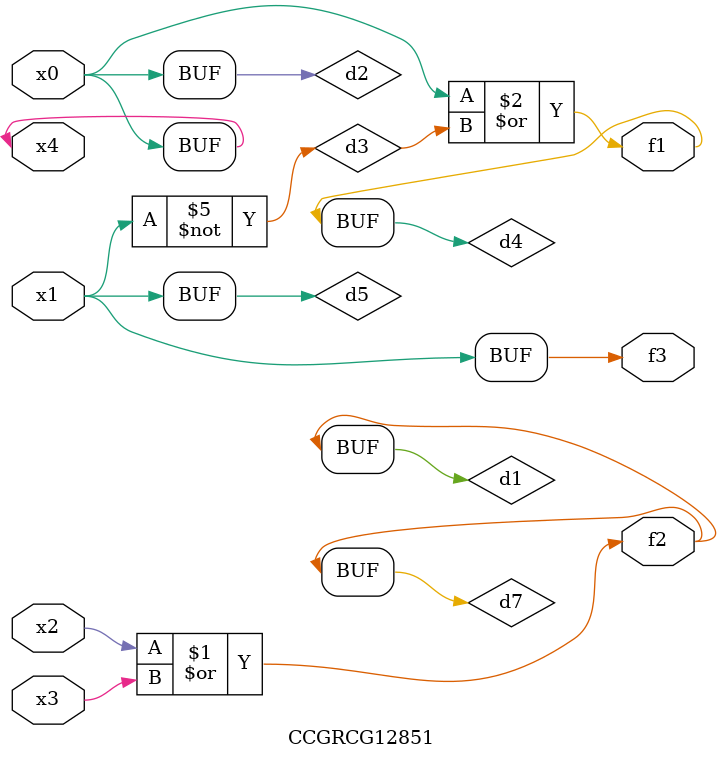
<source format=v>
module CCGRCG12851(
	input x0, x1, x2, x3, x4,
	output f1, f2, f3
);

	wire d1, d2, d3, d4, d5, d6, d7;

	or (d1, x2, x3);
	buf (d2, x0, x4);
	not (d3, x1);
	or (d4, d2, d3);
	not (d5, d3);
	nand (d6, d1, d3);
	or (d7, d1);
	assign f1 = d4;
	assign f2 = d7;
	assign f3 = d5;
endmodule

</source>
